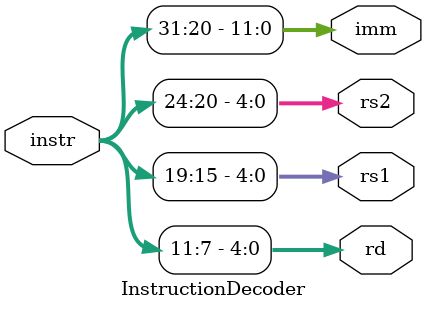
<source format=v>
module InstructionDecoder(instr, rd, rs1, rs2, imm); 

input [31:0]instr; 

output reg [4:0] rd, rs1, rs2;
output reg [11:0] imm;

/*reg [4:0]rd;
reg [4:0]rs1;
reg [4:0]rs2;
reg [11:0]imm;*/

always @(instr)   begin 

	 rd = instr[11:7];
	 rs1 = instr[19:15];
	 rs2 = instr[24:20];
	 imm = instr[31:20];

end 
endmodule

</source>
